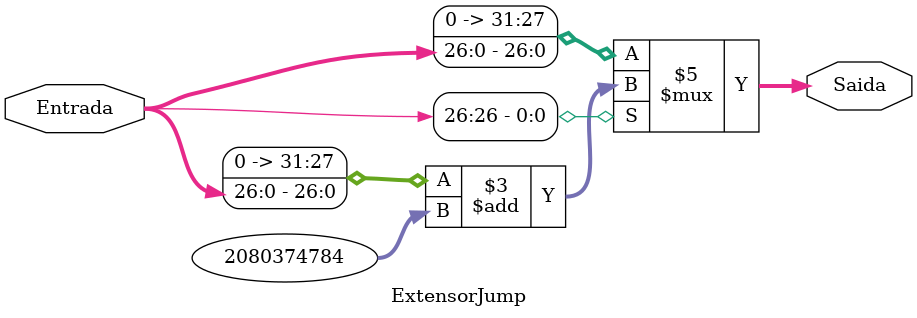
<source format=v>
module ExtensorJump(Entrada, Saida);

	input [26:0] Entrada;
	output reg [31:0] Saida;
	
	always @(*) begin
		Saida = Entrada;
		if(Entrada[26] == 1)
			Saida = Saida + 32'b1111100000000000000000000000000;
	end
	
endmodule
</source>
